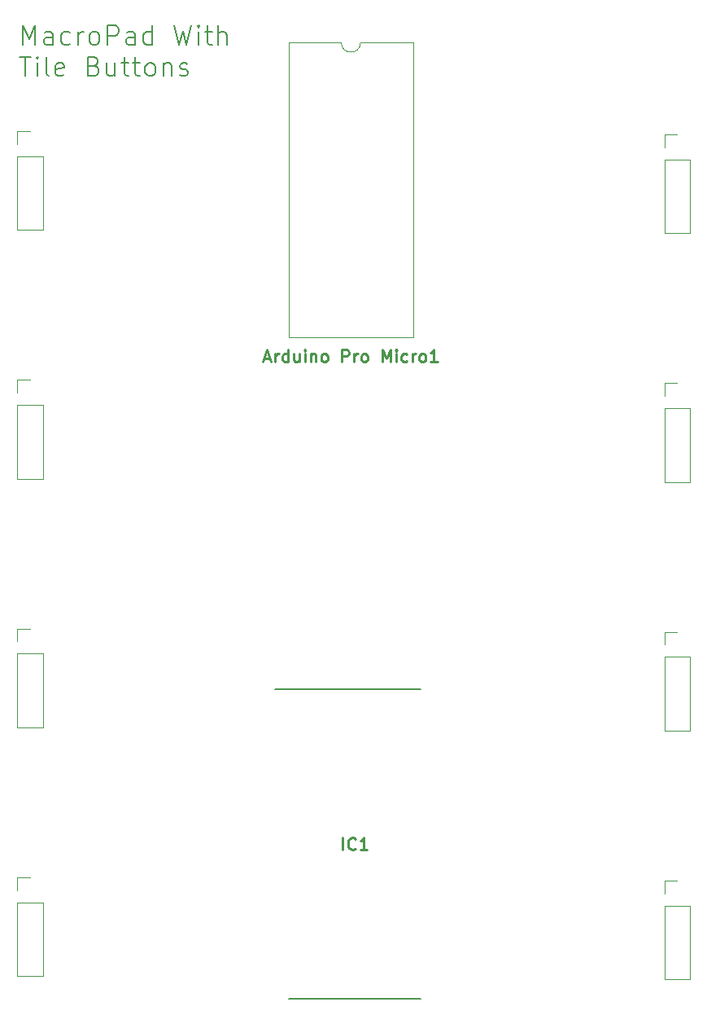
<source format=gto>
G04 #@! TF.GenerationSoftware,KiCad,Pcbnew,7.0.2*
G04 #@! TF.CreationDate,2023-10-25T06:33:51-04:00*
G04 #@! TF.ProjectId,MacroPad Base,4d616372-6f50-4616-9420-426173652e6b,rev?*
G04 #@! TF.SameCoordinates,Original*
G04 #@! TF.FileFunction,Legend,Top*
G04 #@! TF.FilePolarity,Positive*
%FSLAX46Y46*%
G04 Gerber Fmt 4.6, Leading zero omitted, Abs format (unit mm)*
G04 Created by KiCad (PCBNEW 7.0.2) date 2023-10-25 06:33:51*
%MOMM*%
%LPD*%
G01*
G04 APERTURE LIST*
G04 Aperture macros list*
%AMFreePoly0*
4,1,42,0.305846,1.074936,0.498157,1.000434,0.673504,0.891864,0.825916,0.752922,0.950203,0.588341,1.017866,0.452453,2.579378,1.070874,2.641060,1.074761,2.693245,1.041650,2.716002,0.984188,2.700638,0.924325,2.653021,0.884926,1.082219,0.262826,1.098571,0.205358,1.117600,0.000000,1.098571,-0.205358,1.042131,-0.403724,0.950203,-0.588341,0.825916,-0.752922,0.673504,-0.891864,
0.498157,-1.000434,0.305846,-1.074936,0.103119,-1.112833,-0.103119,-1.112833,-0.305846,-1.074936,-0.498157,-1.000434,-0.673504,-0.891864,-0.825916,-0.752922,-0.950203,-0.588341,-1.042131,-0.403724,-1.098571,-0.205358,-1.117600,0.000000,-1.098571,0.205358,-1.042131,0.403724,-0.950203,0.588341,-0.825916,0.752922,-0.673504,0.891864,-0.498157,1.000434,-0.305846,1.074936,-0.103119,1.112833,
0.103119,1.112833,0.305846,1.074936,0.305846,1.074936,$1*%
%AMFreePoly1*
4,1,50,0.305846,1.074936,0.498157,1.000434,0.673504,0.891864,0.825916,0.752922,0.950203,0.588341,1.042131,0.403724,1.098571,0.205358,1.117600,0.000000,1.098571,-0.205358,1.042131,-0.403724,0.950203,-0.588341,0.825916,-0.752922,0.673504,-0.891864,0.498157,-1.000434,0.354352,-1.056144,1.029360,-3.956856,3.897994,-6.259313,3.931880,-6.311000,3.928913,-6.372732,3.890227,-6.420930,
3.830599,-6.437185,3.772805,-6.415287,0.877205,-4.091187,0.876130,-4.089547,0.874325,-4.088785,0.859283,-4.063850,0.843320,-4.039500,0.843414,-4.037542,0.842402,-4.035865,0.159736,-1.102249,0.103119,-1.112833,-0.103119,-1.112833,-0.305846,-1.074936,-0.498157,-1.000434,-0.673504,-0.891864,-0.825916,-0.752922,-0.950203,-0.588341,-1.042131,-0.403724,-1.098571,-0.205358,-1.117600,0.000000,
-1.098571,0.205358,-1.042131,0.403724,-0.950203,0.588341,-0.825916,0.752922,-0.673504,0.891864,-0.498157,1.000434,-0.305846,1.074936,-0.103119,1.112833,0.103119,1.112833,0.305846,1.074936,0.305846,1.074936,$1*%
G04 Aperture macros list end*
%ADD10C,0.200000*%
%ADD11C,0.254000*%
%ADD12C,0.120000*%
%ADD13C,1.701800*%
%ADD14C,3.987800*%
%ADD15FreePoly0,270.000000*%
%ADD16C,2.235200*%
%ADD17FreePoly1,270.000000*%
%ADD18R,1.700000X1.700000*%
%ADD19O,1.700000X1.700000*%
%ADD20R,1.160000X1.160000*%
%ADD21C,1.160000*%
%ADD22R,1.600000X1.600000*%
%ADD23O,1.600000X1.600000*%
G04 APERTURE END LIST*
D10*
X44261190Y-23289238D02*
X44261190Y-21289238D01*
X44261190Y-21289238D02*
X44927857Y-22717809D01*
X44927857Y-22717809D02*
X45594523Y-21289238D01*
X45594523Y-21289238D02*
X45594523Y-23289238D01*
X47404047Y-23289238D02*
X47404047Y-22241619D01*
X47404047Y-22241619D02*
X47308809Y-22051142D01*
X47308809Y-22051142D02*
X47118333Y-21955904D01*
X47118333Y-21955904D02*
X46737380Y-21955904D01*
X46737380Y-21955904D02*
X46546904Y-22051142D01*
X47404047Y-23194000D02*
X47213571Y-23289238D01*
X47213571Y-23289238D02*
X46737380Y-23289238D01*
X46737380Y-23289238D02*
X46546904Y-23194000D01*
X46546904Y-23194000D02*
X46451666Y-23003523D01*
X46451666Y-23003523D02*
X46451666Y-22813047D01*
X46451666Y-22813047D02*
X46546904Y-22622571D01*
X46546904Y-22622571D02*
X46737380Y-22527333D01*
X46737380Y-22527333D02*
X47213571Y-22527333D01*
X47213571Y-22527333D02*
X47404047Y-22432095D01*
X49213571Y-23194000D02*
X49023095Y-23289238D01*
X49023095Y-23289238D02*
X48642142Y-23289238D01*
X48642142Y-23289238D02*
X48451666Y-23194000D01*
X48451666Y-23194000D02*
X48356428Y-23098761D01*
X48356428Y-23098761D02*
X48261190Y-22908285D01*
X48261190Y-22908285D02*
X48261190Y-22336857D01*
X48261190Y-22336857D02*
X48356428Y-22146380D01*
X48356428Y-22146380D02*
X48451666Y-22051142D01*
X48451666Y-22051142D02*
X48642142Y-21955904D01*
X48642142Y-21955904D02*
X49023095Y-21955904D01*
X49023095Y-21955904D02*
X49213571Y-22051142D01*
X50070714Y-23289238D02*
X50070714Y-21955904D01*
X50070714Y-22336857D02*
X50165952Y-22146380D01*
X50165952Y-22146380D02*
X50261190Y-22051142D01*
X50261190Y-22051142D02*
X50451666Y-21955904D01*
X50451666Y-21955904D02*
X50642143Y-21955904D01*
X51594523Y-23289238D02*
X51404047Y-23194000D01*
X51404047Y-23194000D02*
X51308809Y-23098761D01*
X51308809Y-23098761D02*
X51213571Y-22908285D01*
X51213571Y-22908285D02*
X51213571Y-22336857D01*
X51213571Y-22336857D02*
X51308809Y-22146380D01*
X51308809Y-22146380D02*
X51404047Y-22051142D01*
X51404047Y-22051142D02*
X51594523Y-21955904D01*
X51594523Y-21955904D02*
X51880238Y-21955904D01*
X51880238Y-21955904D02*
X52070714Y-22051142D01*
X52070714Y-22051142D02*
X52165952Y-22146380D01*
X52165952Y-22146380D02*
X52261190Y-22336857D01*
X52261190Y-22336857D02*
X52261190Y-22908285D01*
X52261190Y-22908285D02*
X52165952Y-23098761D01*
X52165952Y-23098761D02*
X52070714Y-23194000D01*
X52070714Y-23194000D02*
X51880238Y-23289238D01*
X51880238Y-23289238D02*
X51594523Y-23289238D01*
X53118333Y-23289238D02*
X53118333Y-21289238D01*
X53118333Y-21289238D02*
X53880238Y-21289238D01*
X53880238Y-21289238D02*
X54070714Y-21384476D01*
X54070714Y-21384476D02*
X54165952Y-21479714D01*
X54165952Y-21479714D02*
X54261190Y-21670190D01*
X54261190Y-21670190D02*
X54261190Y-21955904D01*
X54261190Y-21955904D02*
X54165952Y-22146380D01*
X54165952Y-22146380D02*
X54070714Y-22241619D01*
X54070714Y-22241619D02*
X53880238Y-22336857D01*
X53880238Y-22336857D02*
X53118333Y-22336857D01*
X55975476Y-23289238D02*
X55975476Y-22241619D01*
X55975476Y-22241619D02*
X55880238Y-22051142D01*
X55880238Y-22051142D02*
X55689762Y-21955904D01*
X55689762Y-21955904D02*
X55308809Y-21955904D01*
X55308809Y-21955904D02*
X55118333Y-22051142D01*
X55975476Y-23194000D02*
X55785000Y-23289238D01*
X55785000Y-23289238D02*
X55308809Y-23289238D01*
X55308809Y-23289238D02*
X55118333Y-23194000D01*
X55118333Y-23194000D02*
X55023095Y-23003523D01*
X55023095Y-23003523D02*
X55023095Y-22813047D01*
X55023095Y-22813047D02*
X55118333Y-22622571D01*
X55118333Y-22622571D02*
X55308809Y-22527333D01*
X55308809Y-22527333D02*
X55785000Y-22527333D01*
X55785000Y-22527333D02*
X55975476Y-22432095D01*
X57785000Y-23289238D02*
X57785000Y-21289238D01*
X57785000Y-23194000D02*
X57594524Y-23289238D01*
X57594524Y-23289238D02*
X57213571Y-23289238D01*
X57213571Y-23289238D02*
X57023095Y-23194000D01*
X57023095Y-23194000D02*
X56927857Y-23098761D01*
X56927857Y-23098761D02*
X56832619Y-22908285D01*
X56832619Y-22908285D02*
X56832619Y-22336857D01*
X56832619Y-22336857D02*
X56927857Y-22146380D01*
X56927857Y-22146380D02*
X57023095Y-22051142D01*
X57023095Y-22051142D02*
X57213571Y-21955904D01*
X57213571Y-21955904D02*
X57594524Y-21955904D01*
X57594524Y-21955904D02*
X57785000Y-22051142D01*
X60070715Y-21289238D02*
X60546905Y-23289238D01*
X60546905Y-23289238D02*
X60927858Y-21860666D01*
X60927858Y-21860666D02*
X61308810Y-23289238D01*
X61308810Y-23289238D02*
X61785001Y-21289238D01*
X62546905Y-23289238D02*
X62546905Y-21955904D01*
X62546905Y-21289238D02*
X62451667Y-21384476D01*
X62451667Y-21384476D02*
X62546905Y-21479714D01*
X62546905Y-21479714D02*
X62642143Y-21384476D01*
X62642143Y-21384476D02*
X62546905Y-21289238D01*
X62546905Y-21289238D02*
X62546905Y-21479714D01*
X63213572Y-21955904D02*
X63975476Y-21955904D01*
X63499286Y-21289238D02*
X63499286Y-23003523D01*
X63499286Y-23003523D02*
X63594524Y-23194000D01*
X63594524Y-23194000D02*
X63785000Y-23289238D01*
X63785000Y-23289238D02*
X63975476Y-23289238D01*
X64642143Y-23289238D02*
X64642143Y-21289238D01*
X65499286Y-23289238D02*
X65499286Y-22241619D01*
X65499286Y-22241619D02*
X65404048Y-22051142D01*
X65404048Y-22051142D02*
X65213572Y-21955904D01*
X65213572Y-21955904D02*
X64927857Y-21955904D01*
X64927857Y-21955904D02*
X64737381Y-22051142D01*
X64737381Y-22051142D02*
X64642143Y-22146380D01*
X43975476Y-24529238D02*
X45118333Y-24529238D01*
X44546904Y-26529238D02*
X44546904Y-24529238D01*
X45785000Y-26529238D02*
X45785000Y-25195904D01*
X45785000Y-24529238D02*
X45689762Y-24624476D01*
X45689762Y-24624476D02*
X45785000Y-24719714D01*
X45785000Y-24719714D02*
X45880238Y-24624476D01*
X45880238Y-24624476D02*
X45785000Y-24529238D01*
X45785000Y-24529238D02*
X45785000Y-24719714D01*
X47023095Y-26529238D02*
X46832619Y-26434000D01*
X46832619Y-26434000D02*
X46737381Y-26243523D01*
X46737381Y-26243523D02*
X46737381Y-24529238D01*
X48546905Y-26434000D02*
X48356429Y-26529238D01*
X48356429Y-26529238D02*
X47975476Y-26529238D01*
X47975476Y-26529238D02*
X47785000Y-26434000D01*
X47785000Y-26434000D02*
X47689762Y-26243523D01*
X47689762Y-26243523D02*
X47689762Y-25481619D01*
X47689762Y-25481619D02*
X47785000Y-25291142D01*
X47785000Y-25291142D02*
X47975476Y-25195904D01*
X47975476Y-25195904D02*
X48356429Y-25195904D01*
X48356429Y-25195904D02*
X48546905Y-25291142D01*
X48546905Y-25291142D02*
X48642143Y-25481619D01*
X48642143Y-25481619D02*
X48642143Y-25672095D01*
X48642143Y-25672095D02*
X47689762Y-25862571D01*
X51689763Y-25481619D02*
X51975477Y-25576857D01*
X51975477Y-25576857D02*
X52070715Y-25672095D01*
X52070715Y-25672095D02*
X52165953Y-25862571D01*
X52165953Y-25862571D02*
X52165953Y-26148285D01*
X52165953Y-26148285D02*
X52070715Y-26338761D01*
X52070715Y-26338761D02*
X51975477Y-26434000D01*
X51975477Y-26434000D02*
X51785001Y-26529238D01*
X51785001Y-26529238D02*
X51023096Y-26529238D01*
X51023096Y-26529238D02*
X51023096Y-24529238D01*
X51023096Y-24529238D02*
X51689763Y-24529238D01*
X51689763Y-24529238D02*
X51880239Y-24624476D01*
X51880239Y-24624476D02*
X51975477Y-24719714D01*
X51975477Y-24719714D02*
X52070715Y-24910190D01*
X52070715Y-24910190D02*
X52070715Y-25100666D01*
X52070715Y-25100666D02*
X51975477Y-25291142D01*
X51975477Y-25291142D02*
X51880239Y-25386380D01*
X51880239Y-25386380D02*
X51689763Y-25481619D01*
X51689763Y-25481619D02*
X51023096Y-25481619D01*
X53880239Y-25195904D02*
X53880239Y-26529238D01*
X53023096Y-25195904D02*
X53023096Y-26243523D01*
X53023096Y-26243523D02*
X53118334Y-26434000D01*
X53118334Y-26434000D02*
X53308810Y-26529238D01*
X53308810Y-26529238D02*
X53594525Y-26529238D01*
X53594525Y-26529238D02*
X53785001Y-26434000D01*
X53785001Y-26434000D02*
X53880239Y-26338761D01*
X54546906Y-25195904D02*
X55308810Y-25195904D01*
X54832620Y-24529238D02*
X54832620Y-26243523D01*
X54832620Y-26243523D02*
X54927858Y-26434000D01*
X54927858Y-26434000D02*
X55118334Y-26529238D01*
X55118334Y-26529238D02*
X55308810Y-26529238D01*
X55689763Y-25195904D02*
X56451667Y-25195904D01*
X55975477Y-24529238D02*
X55975477Y-26243523D01*
X55975477Y-26243523D02*
X56070715Y-26434000D01*
X56070715Y-26434000D02*
X56261191Y-26529238D01*
X56261191Y-26529238D02*
X56451667Y-26529238D01*
X57404048Y-26529238D02*
X57213572Y-26434000D01*
X57213572Y-26434000D02*
X57118334Y-26338761D01*
X57118334Y-26338761D02*
X57023096Y-26148285D01*
X57023096Y-26148285D02*
X57023096Y-25576857D01*
X57023096Y-25576857D02*
X57118334Y-25386380D01*
X57118334Y-25386380D02*
X57213572Y-25291142D01*
X57213572Y-25291142D02*
X57404048Y-25195904D01*
X57404048Y-25195904D02*
X57689763Y-25195904D01*
X57689763Y-25195904D02*
X57880239Y-25291142D01*
X57880239Y-25291142D02*
X57975477Y-25386380D01*
X57975477Y-25386380D02*
X58070715Y-25576857D01*
X58070715Y-25576857D02*
X58070715Y-26148285D01*
X58070715Y-26148285D02*
X57975477Y-26338761D01*
X57975477Y-26338761D02*
X57880239Y-26434000D01*
X57880239Y-26434000D02*
X57689763Y-26529238D01*
X57689763Y-26529238D02*
X57404048Y-26529238D01*
X58927858Y-25195904D02*
X58927858Y-26529238D01*
X58927858Y-25386380D02*
X59023096Y-25291142D01*
X59023096Y-25291142D02*
X59213572Y-25195904D01*
X59213572Y-25195904D02*
X59499287Y-25195904D01*
X59499287Y-25195904D02*
X59689763Y-25291142D01*
X59689763Y-25291142D02*
X59785001Y-25481619D01*
X59785001Y-25481619D02*
X59785001Y-26529238D01*
X60642144Y-26434000D02*
X60832620Y-26529238D01*
X60832620Y-26529238D02*
X61213572Y-26529238D01*
X61213572Y-26529238D02*
X61404049Y-26434000D01*
X61404049Y-26434000D02*
X61499287Y-26243523D01*
X61499287Y-26243523D02*
X61499287Y-26148285D01*
X61499287Y-26148285D02*
X61404049Y-25957809D01*
X61404049Y-25957809D02*
X61213572Y-25862571D01*
X61213572Y-25862571D02*
X60927858Y-25862571D01*
X60927858Y-25862571D02*
X60737382Y-25767333D01*
X60737382Y-25767333D02*
X60642144Y-25576857D01*
X60642144Y-25576857D02*
X60642144Y-25481619D01*
X60642144Y-25481619D02*
X60737382Y-25291142D01*
X60737382Y-25291142D02*
X60927858Y-25195904D01*
X60927858Y-25195904D02*
X61213572Y-25195904D01*
X61213572Y-25195904D02*
X61404049Y-25291142D01*
D11*
X77579237Y-106955526D02*
X77579237Y-105685526D01*
X78909714Y-106834573D02*
X78849238Y-106895050D01*
X78849238Y-106895050D02*
X78667809Y-106955526D01*
X78667809Y-106955526D02*
X78546857Y-106955526D01*
X78546857Y-106955526D02*
X78365428Y-106895050D01*
X78365428Y-106895050D02*
X78244476Y-106774097D01*
X78244476Y-106774097D02*
X78183999Y-106653145D01*
X78183999Y-106653145D02*
X78123523Y-106411240D01*
X78123523Y-106411240D02*
X78123523Y-106229811D01*
X78123523Y-106229811D02*
X78183999Y-105987907D01*
X78183999Y-105987907D02*
X78244476Y-105866954D01*
X78244476Y-105866954D02*
X78365428Y-105746002D01*
X78365428Y-105746002D02*
X78546857Y-105685526D01*
X78546857Y-105685526D02*
X78667809Y-105685526D01*
X78667809Y-105685526D02*
X78849238Y-105746002D01*
X78849238Y-105746002D02*
X78909714Y-105806478D01*
X80119238Y-106955526D02*
X79393523Y-106955526D01*
X79756380Y-106955526D02*
X79756380Y-105685526D01*
X79756380Y-105685526D02*
X79635428Y-105866954D01*
X79635428Y-105866954D02*
X79514476Y-105987907D01*
X79514476Y-105987907D02*
X79393523Y-106048383D01*
X69405047Y-55884669D02*
X70009809Y-55884669D01*
X69284095Y-56247526D02*
X69707428Y-54977526D01*
X69707428Y-54977526D02*
X70130762Y-56247526D01*
X70554094Y-56247526D02*
X70554094Y-55400859D01*
X70554094Y-55642764D02*
X70614571Y-55521811D01*
X70614571Y-55521811D02*
X70675047Y-55461335D01*
X70675047Y-55461335D02*
X70795999Y-55400859D01*
X70795999Y-55400859D02*
X70916952Y-55400859D01*
X71884570Y-56247526D02*
X71884570Y-54977526D01*
X71884570Y-56187050D02*
X71763618Y-56247526D01*
X71763618Y-56247526D02*
X71521713Y-56247526D01*
X71521713Y-56247526D02*
X71400761Y-56187050D01*
X71400761Y-56187050D02*
X71340284Y-56126573D01*
X71340284Y-56126573D02*
X71279808Y-56005621D01*
X71279808Y-56005621D02*
X71279808Y-55642764D01*
X71279808Y-55642764D02*
X71340284Y-55521811D01*
X71340284Y-55521811D02*
X71400761Y-55461335D01*
X71400761Y-55461335D02*
X71521713Y-55400859D01*
X71521713Y-55400859D02*
X71763618Y-55400859D01*
X71763618Y-55400859D02*
X71884570Y-55461335D01*
X73033618Y-55400859D02*
X73033618Y-56247526D01*
X72489332Y-55400859D02*
X72489332Y-56066097D01*
X72489332Y-56066097D02*
X72549809Y-56187050D01*
X72549809Y-56187050D02*
X72670761Y-56247526D01*
X72670761Y-56247526D02*
X72852190Y-56247526D01*
X72852190Y-56247526D02*
X72973142Y-56187050D01*
X72973142Y-56187050D02*
X73033618Y-56126573D01*
X73638380Y-56247526D02*
X73638380Y-55400859D01*
X73638380Y-54977526D02*
X73577904Y-55038002D01*
X73577904Y-55038002D02*
X73638380Y-55098478D01*
X73638380Y-55098478D02*
X73698857Y-55038002D01*
X73698857Y-55038002D02*
X73638380Y-54977526D01*
X73638380Y-54977526D02*
X73638380Y-55098478D01*
X74243142Y-55400859D02*
X74243142Y-56247526D01*
X74243142Y-55521811D02*
X74303619Y-55461335D01*
X74303619Y-55461335D02*
X74424571Y-55400859D01*
X74424571Y-55400859D02*
X74606000Y-55400859D01*
X74606000Y-55400859D02*
X74726952Y-55461335D01*
X74726952Y-55461335D02*
X74787428Y-55582288D01*
X74787428Y-55582288D02*
X74787428Y-56247526D01*
X75573619Y-56247526D02*
X75452667Y-56187050D01*
X75452667Y-56187050D02*
X75392190Y-56126573D01*
X75392190Y-56126573D02*
X75331714Y-56005621D01*
X75331714Y-56005621D02*
X75331714Y-55642764D01*
X75331714Y-55642764D02*
X75392190Y-55521811D01*
X75392190Y-55521811D02*
X75452667Y-55461335D01*
X75452667Y-55461335D02*
X75573619Y-55400859D01*
X75573619Y-55400859D02*
X75755048Y-55400859D01*
X75755048Y-55400859D02*
X75876000Y-55461335D01*
X75876000Y-55461335D02*
X75936476Y-55521811D01*
X75936476Y-55521811D02*
X75996952Y-55642764D01*
X75996952Y-55642764D02*
X75996952Y-56005621D01*
X75996952Y-56005621D02*
X75936476Y-56126573D01*
X75936476Y-56126573D02*
X75876000Y-56187050D01*
X75876000Y-56187050D02*
X75755048Y-56247526D01*
X75755048Y-56247526D02*
X75573619Y-56247526D01*
X77508857Y-56247526D02*
X77508857Y-54977526D01*
X77508857Y-54977526D02*
X77992667Y-54977526D01*
X77992667Y-54977526D02*
X78113619Y-55038002D01*
X78113619Y-55038002D02*
X78174096Y-55098478D01*
X78174096Y-55098478D02*
X78234572Y-55219430D01*
X78234572Y-55219430D02*
X78234572Y-55400859D01*
X78234572Y-55400859D02*
X78174096Y-55521811D01*
X78174096Y-55521811D02*
X78113619Y-55582288D01*
X78113619Y-55582288D02*
X77992667Y-55642764D01*
X77992667Y-55642764D02*
X77508857Y-55642764D01*
X78778857Y-56247526D02*
X78778857Y-55400859D01*
X78778857Y-55642764D02*
X78839334Y-55521811D01*
X78839334Y-55521811D02*
X78899810Y-55461335D01*
X78899810Y-55461335D02*
X79020762Y-55400859D01*
X79020762Y-55400859D02*
X79141715Y-55400859D01*
X79746476Y-56247526D02*
X79625524Y-56187050D01*
X79625524Y-56187050D02*
X79565047Y-56126573D01*
X79565047Y-56126573D02*
X79504571Y-56005621D01*
X79504571Y-56005621D02*
X79504571Y-55642764D01*
X79504571Y-55642764D02*
X79565047Y-55521811D01*
X79565047Y-55521811D02*
X79625524Y-55461335D01*
X79625524Y-55461335D02*
X79746476Y-55400859D01*
X79746476Y-55400859D02*
X79927905Y-55400859D01*
X79927905Y-55400859D02*
X80048857Y-55461335D01*
X80048857Y-55461335D02*
X80109333Y-55521811D01*
X80109333Y-55521811D02*
X80169809Y-55642764D01*
X80169809Y-55642764D02*
X80169809Y-56005621D01*
X80169809Y-56005621D02*
X80109333Y-56126573D01*
X80109333Y-56126573D02*
X80048857Y-56187050D01*
X80048857Y-56187050D02*
X79927905Y-56247526D01*
X79927905Y-56247526D02*
X79746476Y-56247526D01*
X81681714Y-56247526D02*
X81681714Y-54977526D01*
X81681714Y-54977526D02*
X82105048Y-55884669D01*
X82105048Y-55884669D02*
X82528381Y-54977526D01*
X82528381Y-54977526D02*
X82528381Y-56247526D01*
X83133143Y-56247526D02*
X83133143Y-55400859D01*
X83133143Y-54977526D02*
X83072667Y-55038002D01*
X83072667Y-55038002D02*
X83133143Y-55098478D01*
X83133143Y-55098478D02*
X83193620Y-55038002D01*
X83193620Y-55038002D02*
X83133143Y-54977526D01*
X83133143Y-54977526D02*
X83133143Y-55098478D01*
X84282191Y-56187050D02*
X84161239Y-56247526D01*
X84161239Y-56247526D02*
X83919334Y-56247526D01*
X83919334Y-56247526D02*
X83798382Y-56187050D01*
X83798382Y-56187050D02*
X83737905Y-56126573D01*
X83737905Y-56126573D02*
X83677429Y-56005621D01*
X83677429Y-56005621D02*
X83677429Y-55642764D01*
X83677429Y-55642764D02*
X83737905Y-55521811D01*
X83737905Y-55521811D02*
X83798382Y-55461335D01*
X83798382Y-55461335D02*
X83919334Y-55400859D01*
X83919334Y-55400859D02*
X84161239Y-55400859D01*
X84161239Y-55400859D02*
X84282191Y-55461335D01*
X84826476Y-56247526D02*
X84826476Y-55400859D01*
X84826476Y-55642764D02*
X84886953Y-55521811D01*
X84886953Y-55521811D02*
X84947429Y-55461335D01*
X84947429Y-55461335D02*
X85068381Y-55400859D01*
X85068381Y-55400859D02*
X85189334Y-55400859D01*
X85794095Y-56247526D02*
X85673143Y-56187050D01*
X85673143Y-56187050D02*
X85612666Y-56126573D01*
X85612666Y-56126573D02*
X85552190Y-56005621D01*
X85552190Y-56005621D02*
X85552190Y-55642764D01*
X85552190Y-55642764D02*
X85612666Y-55521811D01*
X85612666Y-55521811D02*
X85673143Y-55461335D01*
X85673143Y-55461335D02*
X85794095Y-55400859D01*
X85794095Y-55400859D02*
X85975524Y-55400859D01*
X85975524Y-55400859D02*
X86096476Y-55461335D01*
X86096476Y-55461335D02*
X86156952Y-55521811D01*
X86156952Y-55521811D02*
X86217428Y-55642764D01*
X86217428Y-55642764D02*
X86217428Y-56005621D01*
X86217428Y-56005621D02*
X86156952Y-56126573D01*
X86156952Y-56126573D02*
X86096476Y-56187050D01*
X86096476Y-56187050D02*
X85975524Y-56247526D01*
X85975524Y-56247526D02*
X85794095Y-56247526D01*
X87426953Y-56247526D02*
X86701238Y-56247526D01*
X87064095Y-56247526D02*
X87064095Y-54977526D01*
X87064095Y-54977526D02*
X86943143Y-55158954D01*
X86943143Y-55158954D02*
X86822191Y-55279907D01*
X86822191Y-55279907D02*
X86701238Y-55340383D01*
D12*
X111048000Y-110153000D02*
X112378000Y-110153000D01*
X111048000Y-111483000D02*
X111048000Y-110153000D01*
X111048000Y-112753000D02*
X111048000Y-120433000D01*
X111048000Y-112753000D02*
X113708000Y-112753000D01*
X111048000Y-120433000D02*
X113708000Y-120433000D01*
X113708000Y-112753000D02*
X113708000Y-120433000D01*
X43728000Y-109817000D02*
X45058000Y-109817000D01*
X43728000Y-111147000D02*
X43728000Y-109817000D01*
X43728000Y-112417000D02*
X43728000Y-120097000D01*
X43728000Y-112417000D02*
X46388000Y-112417000D01*
X43728000Y-120097000D02*
X46388000Y-120097000D01*
X46388000Y-112417000D02*
X46388000Y-120097000D01*
X111048000Y-58453000D02*
X112378000Y-58453000D01*
X111048000Y-59783000D02*
X111048000Y-58453000D01*
X111048000Y-61053000D02*
X111048000Y-68733000D01*
X111048000Y-61053000D02*
X113708000Y-61053000D01*
X111048000Y-68733000D02*
X113708000Y-68733000D01*
X113708000Y-61053000D02*
X113708000Y-68733000D01*
X43728000Y-32267000D02*
X45058000Y-32267000D01*
X43728000Y-33597000D02*
X43728000Y-32267000D01*
X43728000Y-34867000D02*
X43728000Y-42547000D01*
X43728000Y-34867000D02*
X46388000Y-34867000D01*
X43728000Y-42547000D02*
X46388000Y-42547000D01*
X46388000Y-34867000D02*
X46388000Y-42547000D01*
D10*
X70529000Y-90303000D02*
X85689000Y-90303000D01*
X71949000Y-122433000D02*
X85689000Y-122433000D01*
D12*
X43728000Y-83967000D02*
X45058000Y-83967000D01*
X43728000Y-85297000D02*
X43728000Y-83967000D01*
X43728000Y-86567000D02*
X43728000Y-94247000D01*
X43728000Y-86567000D02*
X46388000Y-86567000D01*
X43728000Y-94247000D02*
X46388000Y-94247000D01*
X46388000Y-86567000D02*
X46388000Y-94247000D01*
X111048000Y-84303000D02*
X112378000Y-84303000D01*
X111048000Y-85633000D02*
X111048000Y-84303000D01*
X111048000Y-86903000D02*
X111048000Y-94583000D01*
X111048000Y-86903000D02*
X113708000Y-86903000D01*
X111048000Y-94583000D02*
X113708000Y-94583000D01*
X113708000Y-86903000D02*
X113708000Y-94583000D01*
X111048000Y-32603000D02*
X112378000Y-32603000D01*
X111048000Y-33933000D02*
X111048000Y-32603000D01*
X111048000Y-35203000D02*
X111048000Y-42883000D01*
X111048000Y-35203000D02*
X113708000Y-35203000D01*
X111048000Y-42883000D02*
X113708000Y-42883000D01*
X113708000Y-35203000D02*
X113708000Y-42883000D01*
X71972000Y-23057000D02*
X71972000Y-53657000D01*
X71972000Y-53657000D02*
X84892000Y-53657000D01*
X77432000Y-23057000D02*
X71972000Y-23057000D01*
X84892000Y-23057000D02*
X79432000Y-23057000D01*
X84892000Y-53657000D02*
X84892000Y-23057000D01*
X77432000Y-23057000D02*
G75*
G03*
X79432000Y-23057000I1000000J0D01*
G01*
X43728000Y-58117000D02*
X45058000Y-58117000D01*
X43728000Y-59447000D02*
X43728000Y-58117000D01*
X43728000Y-60717000D02*
X43728000Y-68397000D01*
X43728000Y-60717000D02*
X46388000Y-60717000D01*
X43728000Y-68397000D02*
X46388000Y-68397000D01*
X46388000Y-60717000D02*
X46388000Y-68397000D01*
%LPC*%
D13*
X100888000Y-84132000D03*
D14*
X100888000Y-89212000D03*
D13*
X100888000Y-94292000D03*
D15*
X105091700Y-89212000D03*
D16*
X105968000Y-91752000D03*
D17*
X103428000Y-85402000D03*
D16*
X97090700Y-89212000D03*
D18*
X112378000Y-111483000D03*
D19*
X112378000Y-114023000D03*
X112378000Y-116563000D03*
X112378000Y-119103000D03*
D18*
X45058000Y-111147000D03*
D19*
X45058000Y-113687000D03*
X45058000Y-116227000D03*
X45058000Y-118767000D03*
D13*
X55888000Y-58282000D03*
D14*
X55888000Y-63362000D03*
D13*
X55888000Y-68442000D03*
D15*
X60091700Y-63362000D03*
D16*
X60968000Y-65902000D03*
D17*
X58428000Y-59552000D03*
D16*
X52090700Y-63362000D03*
D18*
X112378000Y-59783000D03*
D19*
X112378000Y-62323000D03*
X112378000Y-64863000D03*
X112378000Y-67403000D03*
D13*
X100888000Y-32432000D03*
D14*
X100888000Y-37512000D03*
D13*
X100888000Y-42592000D03*
D15*
X105091700Y-37512000D03*
D16*
X105968000Y-40052000D03*
D17*
X103428000Y-33702000D03*
D16*
X97090700Y-37512000D03*
D18*
X45058000Y-33597000D03*
D19*
X45058000Y-36137000D03*
X45058000Y-38677000D03*
X45058000Y-41217000D03*
D13*
X55888000Y-109982000D03*
D14*
X55888000Y-115062000D03*
D13*
X55888000Y-120142000D03*
D15*
X60091700Y-115062000D03*
D16*
X60968000Y-117602000D03*
D17*
X58428000Y-111252000D03*
D16*
X52090700Y-115062000D03*
D20*
X71109000Y-92398000D03*
D21*
X71109000Y-94938000D03*
X71109000Y-97478000D03*
X71109000Y-100018000D03*
X71109000Y-102558000D03*
X71109000Y-105098000D03*
X71109000Y-107638000D03*
X71109000Y-110178000D03*
X71109000Y-112718000D03*
X71109000Y-115258000D03*
X71109000Y-117798000D03*
X71109000Y-120338000D03*
X86529000Y-120338000D03*
X86529000Y-117798000D03*
X86529000Y-115258000D03*
X86529000Y-112718000D03*
X86529000Y-110178000D03*
X86529000Y-107638000D03*
X86529000Y-105098000D03*
X86529000Y-102558000D03*
X86529000Y-100018000D03*
X86529000Y-97478000D03*
X86529000Y-94938000D03*
X86529000Y-92398000D03*
D13*
X100888000Y-58282000D03*
D14*
X100888000Y-63362000D03*
D13*
X100888000Y-68442000D03*
D15*
X105091700Y-63362000D03*
D16*
X105968000Y-65902000D03*
D17*
X103428000Y-59552000D03*
D16*
X97090700Y-63362000D03*
D18*
X45058000Y-85297000D03*
D19*
X45058000Y-87837000D03*
X45058000Y-90377000D03*
X45058000Y-92917000D03*
D18*
X112378000Y-85633000D03*
D19*
X112378000Y-88173000D03*
X112378000Y-90713000D03*
X112378000Y-93253000D03*
D18*
X112378000Y-33933000D03*
D19*
X112378000Y-36473000D03*
X112378000Y-39013000D03*
X112378000Y-41553000D03*
D22*
X70812000Y-24387000D03*
D23*
X70812000Y-26927000D03*
X70812000Y-29467000D03*
X70812000Y-32007000D03*
X70812000Y-34547000D03*
X70812000Y-37087000D03*
X70812000Y-39627000D03*
X70812000Y-42167000D03*
X70812000Y-44707000D03*
X70812000Y-47247000D03*
X70812000Y-49787000D03*
X70812000Y-52327000D03*
X86052000Y-52327000D03*
X86052000Y-49787000D03*
X86052000Y-47247000D03*
X86052000Y-44707000D03*
X86052000Y-42167000D03*
X86052000Y-39627000D03*
X86052000Y-37087000D03*
X86052000Y-34547000D03*
X86052000Y-32007000D03*
X86052000Y-29467000D03*
X86052000Y-26927000D03*
X86052000Y-24387000D03*
D13*
X55888000Y-84132000D03*
D14*
X55888000Y-89212000D03*
D13*
X55888000Y-94292000D03*
D15*
X60091700Y-89212000D03*
D16*
X60968000Y-91752000D03*
D17*
X58428000Y-85402000D03*
D16*
X52090700Y-89212000D03*
D13*
X55888000Y-32432000D03*
D14*
X55888000Y-37512000D03*
D13*
X55888000Y-42592000D03*
D15*
X60091700Y-37512000D03*
D16*
X60968000Y-40052000D03*
D17*
X58428000Y-33702000D03*
D16*
X52090700Y-37512000D03*
D13*
X100888000Y-109982000D03*
D14*
X100888000Y-115062000D03*
D13*
X100888000Y-120142000D03*
D15*
X105091700Y-115062000D03*
D16*
X105968000Y-117602000D03*
D17*
X103428000Y-111252000D03*
D16*
X97090700Y-115062000D03*
D18*
X45058000Y-59447000D03*
D19*
X45058000Y-61987000D03*
X45058000Y-64527000D03*
X45058000Y-67067000D03*
%LPD*%
M02*

</source>
